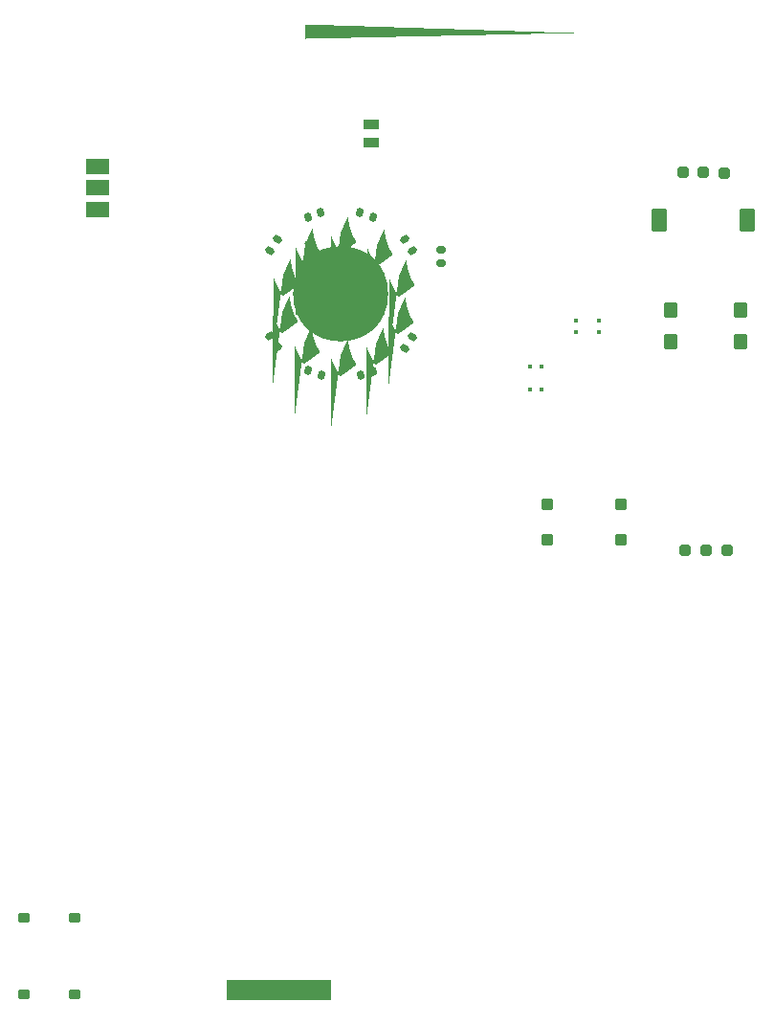
<source format=gts>
%TF.GenerationSoftware,KiCad,Pcbnew,9.0.3*%
%TF.CreationDate,2025-09-14T16:33:05+03:00*%
%TF.ProjectId,Right,52696768-742e-46b6-9963-61645f706362,rev?*%
%TF.SameCoordinates,Original*%
%TF.FileFunction,Soldermask,Top*%
%TF.FilePolarity,Negative*%
%FSLAX46Y46*%
G04 Gerber Fmt 4.6, Leading zero omitted, Abs format (unit mm)*
G04 Created by KiCad (PCBNEW 9.0.3) date 2025-09-14 16:33:05*
%MOMM*%
%LPD*%
G01*
G04 APERTURE LIST*
G04 Aperture macros list*
%AMRoundRect*
0 Rectangle with rounded corners*
0 $1 Rounding radius*
0 $2 $3 $4 $5 $6 $7 $8 $9 X,Y pos of 4 corners*
0 Add a 4 corners polygon primitive as box body*
4,1,4,$2,$3,$4,$5,$6,$7,$8,$9,$2,$3,0*
0 Add four circle primitives for the rounded corners*
1,1,$1+$1,$2,$3*
1,1,$1+$1,$4,$5*
1,1,$1+$1,$6,$7*
1,1,$1+$1,$8,$9*
0 Add four rect primitives between the rounded corners*
20,1,$1+$1,$2,$3,$4,$5,0*
20,1,$1+$1,$4,$5,$6,$7,0*
20,1,$1+$1,$6,$7,$8,$9,0*
20,1,$1+$1,$8,$9,$2,$3,0*%
%AMFreePoly0*
4,1,72,0.663536,1.453536,0.664990,1.450312,0.674986,1.290376,0.684974,1.180502,0.694961,1.090620,0.704950,1.010707,0.714943,0.940757,0.734918,0.820906,0.764878,0.671101,0.824807,0.431389,0.834743,0.401581,0.834851,0.401213,0.844807,0.361389,0.934706,0.091692,0.964677,0.011772,1.004608,-0.088058,1.034593,-0.158023,1.074525,-0.247870,1.184421,-0.467662,1.234361,-0.557554,
1.274329,-0.627498,1.334250,-0.727365,1.404218,-0.837317,1.405000,-0.840001,1.405000,-0.860000,1.403536,-0.863536,1.402936,-0.864047,-0.017064,-1.894047,-0.020786,-1.894938,-0.024047,-1.892936,-0.094096,-1.792867,-0.094218,-1.792684,-0.164258,-1.682620,-0.244258,-1.552620,-0.244341,-1.552480,-0.324341,-1.412481,-0.384389,-1.302394,-0.384472,-1.302236,-0.524472,-1.022236,-0.524569,-1.022031,
-0.564525,-0.932131,-0.574472,-0.912236,-0.574596,-0.911970,-0.634596,-0.771971,-0.634642,-0.771857,-0.694683,-0.621756,-0.724682,-0.541756,-0.784714,-0.371664,-0.824743,-0.251582,-0.824789,-0.251437,-0.854808,-0.151375,-0.894808,-0.011374,-0.894852,-0.011213,-0.954851,0.228787,-0.954893,0.228971,-0.994893,0.418970,-1.024932,0.579178,-1.044932,0.699179,-1.044950,0.699293,-1.054950,0.769293,
-1.074969,0.929448,-1.084969,1.019448,-1.084984,1.019585,-1.094983,1.139584,-1.104990,1.279688,-1.114990,1.439688,-1.115000,1.440000,-1.115000,1.450000,-1.113536,1.453535,-1.110000,1.455000,0.660000,1.455000,0.663536,1.453536,0.663536,1.453536,$1*%
%AMFreePoly1*
4,1,7,0.150000,0.330000,0.150000,-0.365000,-0.150000,-0.365000,-0.150000,0.330000,-0.050000,0.370000,0.050000,0.370000,0.150000,0.330000,0.150000,0.330000,$1*%
%AMFreePoly2*
4,1,7,0.120000,-0.275000,0.050000,-0.315000,-0.050000,-0.315000,-0.120000,-0.275000,-0.120000,0.300000,0.120000,0.300000,0.120000,-0.275000,0.120000,-0.275000,$1*%
G04 Aperture macros list end*
%ADD10C,0.100000*%
%ADD11RoundRect,0.111111X-0.388889X-0.288889X0.388889X-0.288889X0.388889X0.288889X-0.388889X0.288889X0*%
%ADD12R,2.000000X1.400000*%
%ADD13RoundRect,0.178571X-0.321429X-0.321429X0.321429X-0.321429X0.321429X0.321429X-0.321429X0.321429X0*%
%ADD14RoundRect,0.100000X-0.100000X-0.100000X0.100000X-0.100000X0.100000X0.100000X-0.100000X0.100000X0*%
%ADD15RoundRect,0.150000X0.065404X0.284117X-0.219913X0.191412X-0.065404X-0.284117X0.219913X-0.191412X0*%
%ADD16RoundRect,0.150000X-0.223220X-0.187544X0.060436X-0.285215X0.223220X0.187544X-0.060436X0.285215X0*%
%ADD17RoundRect,0.150000X-0.290824X-0.020521X-0.118752X-0.266267X0.290824X0.020521X0.118752X0.266267X0*%
%ADD18RoundRect,0.150000X-0.060436X-0.285215X0.223220X-0.187544X0.060436X0.285215X-0.223220X0.187544X0*%
%ADD19FreePoly0,324.000000*%
%ADD20FreePoly0,288.000000*%
%ADD21FreePoly0,252.000000*%
%ADD22FreePoly0,216.000000*%
%ADD23FreePoly0,180.000000*%
%ADD24FreePoly0,144.000000*%
%ADD25FreePoly0,108.000000*%
%ADD26FreePoly0,72.000000*%
%ADD27FreePoly0,36.000000*%
%ADD28FreePoly0,0.000000*%
%ADD29C,0.858836*%
%ADD30C,8.420022*%
%ADD31RoundRect,0.150000X0.219913X0.191412X-0.065404X0.284117X-0.219913X-0.191412X0.065404X-0.284117X0*%
%ADD32RoundRect,0.150000X0.250000X-0.150000X0.250000X0.150000X-0.250000X0.150000X-0.250000X-0.150000X0*%
%ADD33RoundRect,0.138889X-0.361111X-0.361111X0.361111X-0.361111X0.361111X0.361111X-0.361111X0.361111X0*%
%ADD34RoundRect,0.080000X-0.620000X0.320000X-0.620000X-0.320000X0.620000X-0.320000X0.620000X0.320000X0*%
%ADD35RoundRect,0.100000X0.100000X-0.100000X0.100000X0.100000X-0.100000X0.100000X-0.100000X-0.100000X0*%
%ADD36RoundRect,0.150000X0.290422X0.025594X0.114086X0.268299X-0.290422X-0.025594X-0.114086X-0.268299X0*%
%ADD37FreePoly1,0.000000*%
%ADD38FreePoly2,0.000000*%
%ADD39RoundRect,0.140000X0.560000X0.860000X-0.560000X0.860000X-0.560000X-0.860000X0.560000X-0.860000X0*%
%ADD40RoundRect,0.178571X0.321429X0.321429X-0.321429X0.321429X-0.321429X-0.321429X0.321429X-0.321429X0*%
%ADD41RoundRect,0.150000X-0.114086X0.268299X-0.290422X0.025594X0.114086X-0.268299X0.290422X-0.025594X0*%
%ADD42RoundRect,0.150000X0.118752X-0.266267X0.290824X-0.020521X-0.118752X0.266267X-0.290824X0.020521X0*%
%ADD43RoundRect,0.120000X0.480000X0.580000X-0.480000X0.580000X-0.480000X-0.580000X0.480000X-0.580000X0*%
G04 APERTURE END LIST*
D10*
%TO.C,J1*%
X111990000Y-180220000D02*
X102890000Y-180220000D01*
X102890000Y-178520000D01*
X111990000Y-178520000D01*
X111990000Y-180220000D01*
G36*
X111990000Y-180220000D02*
G01*
X102890000Y-180220000D01*
X102890000Y-178520000D01*
X111990000Y-178520000D01*
X111990000Y-180220000D01*
G37*
%TD*%
D11*
%TO.C,SW4*%
X89390000Y-179840000D03*
X89390000Y-173040000D03*
X84930000Y-179840000D03*
X84930000Y-173040000D03*
%TD*%
D12*
%TO.C,J6*%
X91420000Y-110340000D03*
X91420000Y-108440000D03*
X91420000Y-106540000D03*
%TD*%
D13*
%TO.C,J5*%
X143380000Y-140480000D03*
X145280000Y-140480000D03*
X147180000Y-140480000D03*
%TD*%
D14*
%TO.C,U1*%
X129730000Y-124300000D03*
X129730000Y-126300000D03*
X130730000Y-124300000D03*
X130730000Y-126300000D03*
%TD*%
D15*
%TO.C,R6*%
X115830634Y-124654590D03*
X114679856Y-125028500D03*
%TD*%
D16*
%TO.C,R3*%
X114652689Y-110644659D03*
X115796766Y-111038597D03*
%TD*%
D17*
%TO.C,R4*%
X118615854Y-113018509D03*
X119309882Y-114009683D03*
%TD*%
D18*
%TO.C,R2*%
X110052689Y-111065341D03*
X111196766Y-110671403D03*
%TD*%
D19*
%TO.C,SW1*%
X107820000Y-116120000D03*
D20*
X109790000Y-113440000D03*
D21*
X112980000Y-112430000D03*
D22*
X116140000Y-113480000D03*
D23*
X118080000Y-116180000D03*
D24*
X118060000Y-119520000D03*
D25*
X116080000Y-122200000D03*
D26*
X112910000Y-123210000D03*
D27*
X109740000Y-122160000D03*
D28*
X107800000Y-119450000D03*
D29*
X109310000Y-117820000D03*
D30*
X112970000Y-117830000D03*
%TD*%
D31*
%TO.C,R7*%
X111250634Y-124995410D03*
X110099856Y-124621500D03*
%TD*%
D32*
%TO.C,R9*%
X121810000Y-115100000D03*
X121810000Y-113890000D03*
%TD*%
D33*
%TO.C,SW3*%
X131250000Y-136450000D03*
X131250000Y-139550000D03*
X137750000Y-136450000D03*
X137750000Y-139550000D03*
%TD*%
D34*
%TO.C,BT1*%
X115625000Y-102850000D03*
X115625000Y-104450000D03*
%TD*%
D35*
%TO.C,U2*%
X133800000Y-121220000D03*
X135800000Y-121220000D03*
X133800000Y-120220000D03*
X135800000Y-120220000D03*
%TD*%
D36*
%TO.C,R8*%
X107372671Y-122565410D03*
X106661451Y-121586500D03*
%TD*%
D37*
%TO.C,J1*%
X103240000Y-179730000D03*
D38*
X103490000Y-178980000D03*
D37*
X103734118Y-179730000D03*
D38*
X103983750Y-178980000D03*
D37*
X104228235Y-179730000D03*
D38*
X104477500Y-178980000D03*
D37*
X104722353Y-179730000D03*
D38*
X104971250Y-178980000D03*
D37*
X105216471Y-179730000D03*
D38*
X105465000Y-178980000D03*
D37*
X105710588Y-179730000D03*
D38*
X105958750Y-178980000D03*
D37*
X106204706Y-179730000D03*
D38*
X106452500Y-178980000D03*
D37*
X106698824Y-179730000D03*
D38*
X106950000Y-178980000D03*
D37*
X107192941Y-179730000D03*
D38*
X107440000Y-178980000D03*
D37*
X107687059Y-179730000D03*
D38*
X107933750Y-178980000D03*
D37*
X108181176Y-179730000D03*
D38*
X108427500Y-178980000D03*
D37*
X108675294Y-179730000D03*
D38*
X108921250Y-178980000D03*
D37*
X109169412Y-179730000D03*
D38*
X109420000Y-178980000D03*
D37*
X109663529Y-179730000D03*
D38*
X109908750Y-178980000D03*
D37*
X110157647Y-179730000D03*
D38*
X110402500Y-178980000D03*
D37*
X110651765Y-179730000D03*
D38*
X110896250Y-178980000D03*
D37*
X111145882Y-179730000D03*
D38*
X111390000Y-178980000D03*
D37*
X111640000Y-179730000D03*
%TD*%
D39*
%TO.C,RV1*%
X148950000Y-111300000D03*
D40*
X146870000Y-107120000D03*
X145040000Y-107100000D03*
X143220000Y-107100000D03*
D39*
X141140000Y-111290000D03*
%TD*%
D41*
%TO.C,R5*%
X119312671Y-121644590D03*
X118601451Y-122623500D03*
%TD*%
D42*
%TO.C,R1*%
X106655854Y-114001491D03*
X107349882Y-113010317D03*
%TD*%
D43*
%TO.C,SW2*%
X148340000Y-119260000D03*
X148340000Y-122050000D03*
X142110000Y-119280000D03*
X142110000Y-122040000D03*
%TD*%
M02*

</source>
